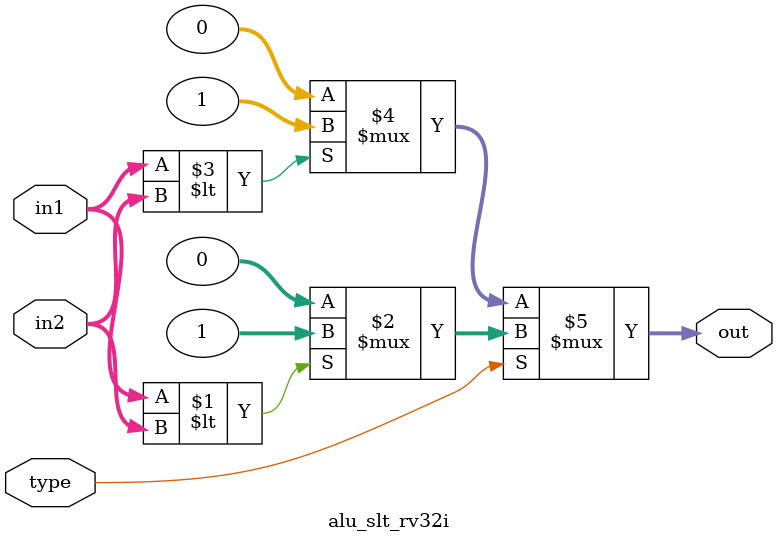
<source format=v>
module alu_slt_rv32i (
    input wire [31:0]   in1,
    input wire [31:0]   in2,
    output wire [31:0]  out,
    input wire          type
);

assign out = (type) ? (in1 < in2 ? 32'b1 : 32'b0) :
                      ($signed(in1) < $signed(in2) ? 32'b1 : 32'b0);
endmodule
</source>
